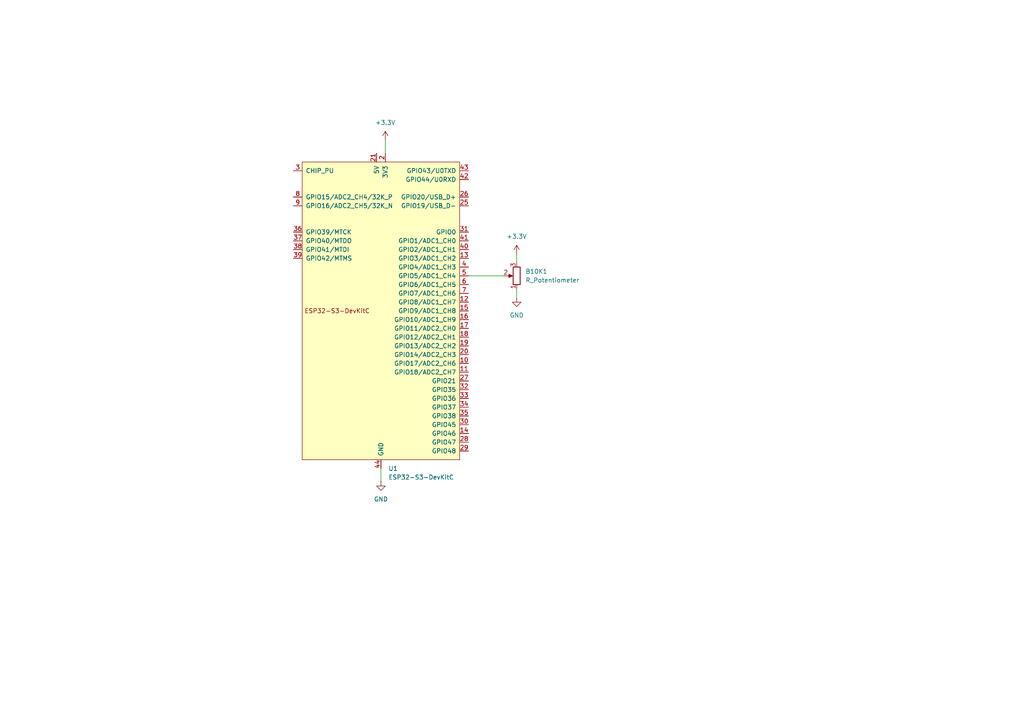
<source format=kicad_sch>
(kicad_sch (version 20250114) (generator "eeschema") (generator_version "9.0")
  (paper "A4")
  (lib_symbols
    (symbol "PCM_Espressif:ESP32-S3-DevKitC" (pin_names (offset 1.016))
      (property "Reference" "U" (at -22.86 48.26 0))
      (property "Value" "ESP32-S3-DevKitC" (at -22.86 45.72 0))
      (symbol "ESP32-S3-DevKitC_0_0"
        (text "ESP32-S3-DevKitC" (at -12.7 0 0) (effects (font (size 1.27 1.27))))
        (pin bidirectional line (at -25.4 15.24 0) (length 2.54) (name "GPIO42/MTMS") (number "39"))
        (pin power_in line (at 0 -45.72 90) (length 2.54) (name "GND") (number "44"))
        (pin bidirectional line (at 25.4 40.64 180) (length 2.54) (name "GPIO43/U0TXD") (number "43"))
        (pin bidirectional line (at 25.4 38.1 180) (length 2.54) (name "GPIO44/U0RXD") (number "42"))
        (pin bidirectional line (at 25.4 20.32 180) (length 2.54) (name "GPIO1/ADC1_CH0") (number "41"))
        (pin bidirectional line (at 25.4 17.78 180) (length 2.54) (name "GPIO2/ADC1_CH1") (number "40"))
        (pin bidirectional line (at 25.4 -10.16 180) (length 2.54) (name "GPIO13/ADC2_CH2") (number "19"))
        (pin bidirectional line (at 25.4 -35.56 180) (length 2.54) (name "GPIO46") (number "14"))
      )
      (symbol "ESP32-S3-DevKitC_0_1"
        (rectangle (start -22.86 43.18) (end 22.86 -43.18) (fill (type background)))
        (pin power_in line (at 1.27 45.72 270) (length 2.54) (name "3V3") (number "2"))
      )
      (symbol "ESP32-S3-DevKitC_1_1"
        (pin input line (at -25.4 40.64 0) (length 2.54) (name "CHIP_PU") (number "3"))
        (pin bidirectional line (at -25.4 33.02 0) (length 2.54) (name "GPIO15/ADC2_CH4/32K_P") (number "8"))
        (pin bidirectional line (at -25.4 30.48 0) (length 2.54) (name "GPIO16/ADC2_CH5/32K_N") (number "9"))
        (pin bidirectional line (at -25.4 22.86 0) (length 2.54) (name "GPIO39/MTCK") (number "36"))
        (pin bidirectional line (at -25.4 20.32 0) (length 2.54) (name "GPIO40/MTDO") (number "37"))
        (pin bidirectional line (at -25.4 17.78 0) (length 2.54) (name "GPIO41/MTDI") (number "38"))
        (pin power_in line (at -1.27 45.72 270) (length 2.54) (name "5V") (number "21"))
        (pin passive line (at 0 -45.72 90) (length 2.54) (hide yes) (name "GND") (number "22"))
        (pin passive line (at 0 -45.72 90) (length 2.54) (hide yes) (name "GND") (number "23"))
        (pin passive line (at 0 -45.72 90) (length 2.54) (hide yes) (name "GND") (number "24"))
        (pin passive line (at 1.27 45.72 270) (length 2.54) (hide yes) (name "3V3") (number "1"))
        (pin bidirectional line (at 25.4 33.02 180) (length 2.54) (name "GPIO20/USB_D+") (number "26"))
        (pin bidirectional line (at 25.4 30.48 180) (length 2.54) (name "GPIO19/USB_D-") (number "25"))
        (pin bidirectional line (at 25.4 22.86 180) (length 2.54) (name "GPIO0") (number "31"))
        (pin bidirectional line (at 25.4 15.24 180) (length 2.54) (name "GPIO3/ADC1_CH2") (number "13"))
        (pin bidirectional line (at 25.4 12.7 180) (length 2.54) (name "GPIO4/ADC1_CH3") (number "4"))
        (pin bidirectional line (at 25.4 10.16 180) (length 2.54) (name "GPIO5/ADC1_CH4") (number "5"))
        (pin bidirectional line (at 25.4 7.62 180) (length 2.54) (name "GPIO6/ADC1_CH5") (number "6"))
        (pin bidirectional line (at 25.4 5.08 180) (length 2.54) (name "GPIO7/ADC1_CH6") (number "7"))
        (pin bidirectional line (at 25.4 2.54 180) (length 2.54) (name "GPIO8/ADC1_CH7") (number "12"))
        (pin bidirectional line (at 25.4 0 180) (length 2.54) (name "GPIO9/ADC1_CH8") (number "15"))
        (pin bidirectional line (at 25.4 -2.54 180) (length 2.54) (name "GPIO10/ADC1_CH9") (number "16"))
        (pin bidirectional line (at 25.4 -5.08 180) (length 2.54) (name "GPIO11/ADC2_CH0") (number "17"))
        (pin bidirectional line (at 25.4 -7.62 180) (length 2.54) (name "GPIO12/ADC2_CH1") (number "18"))
        (pin bidirectional line (at 25.4 -12.7 180) (length 2.54) (name "GPIO14/ADC2_CH3") (number "20"))
        (pin bidirectional line (at 25.4 -15.24 180) (length 2.54) (name "GPIO17/ADC2_CH6") (number "10"))
        (pin bidirectional line (at 25.4 -17.78 180) (length 2.54) (name "GPIO18/ADC2_CH7") (number "11"))
        (pin bidirectional line (at 25.4 -20.32 180) (length 2.54) (name "GPIO21") (number "27"))
        (pin bidirectional line (at 25.4 -22.86 180) (length 2.54) (name "GPIO35") (number "32"))
        (pin bidirectional line (at 25.4 -25.4 180) (length 2.54) (name "GPIO36") (number "33"))
        (pin bidirectional line (at 25.4 -27.94 180) (length 2.54) (name "GPIO37") (number "34"))
        (pin bidirectional line (at 25.4 -30.48 180) (length 2.54) (name "GPIO38") (number "35"))
        (pin bidirectional line (at 25.4 -33.02 180) (length 2.54) (name "GPIO45") (number "30"))
        (pin bidirectional line (at 25.4 -38.1 180) (length 2.54) (name "GPIO47") (number "28"))
        (pin bidirectional line (at 25.4 -40.64 180) (length 2.54) (name "GPIO48") (number "29"))
      )
    )
    (symbol "User_Library:B10K" (pin_names (offset 1.016) (hide yes))
      (property "Reference" "B10K" (at -4.445 0 90))
      (property "Value" "R_Potentiometer" (at -2.54 0 90))
      (symbol "B10K_0_1"
        (rectangle (start 1.016 2.54) (end -1.016 -2.54) (stroke (width 0.254)))
        (polyline (pts (xy 1.143 0) (xy 2.286 0.508) (xy 2.286 -0.508) (xy 1.143 0)) (fill (type outline)))
        (polyline (pts (xy 2.54 0) (xy 1.524 0)))
      )
      (symbol "B10K_1_1"
        (pin passive line (at 0 3.81 270) (length 1.27) (name "1") (number "1"))
        (pin passive line (at 0 -3.81 90) (length 1.27) (name "3") (number "3"))
        (pin passive line (at 3.81 0 180) (length 1.27) (name "2") (number "2"))
      )
    )
    (symbol "power:+3.3V" (power) (pin_numbers (hide yes)) (pin_names (offset 0) (hide yes))
      (property "Value" "+3.3V" (at 0 3.556 0))
      (symbol "+3.3V_0_1"
        (polyline (pts (xy -0.762 1.27) (xy 0 2.54)))
        (polyline (pts (xy 0 2.54) (xy 0.762 1.27)))
        (polyline (pts (xy 0 0) (xy 0 2.54)))
      )
      (symbol "+3.3V_1_1"
        (pin power_in line (at 0 0 90) (length 0) (name "~") (number "1"))
      )
    )
    (symbol "power:GND" (power) (pin_numbers (hide yes)) (pin_names (offset 0) (hide yes))
      (property "Value" "GND" (at 0 -3.81 0))
      (symbol "GND_0_1"
        (polyline (pts (xy 0 0) (xy 0 -1.27) (xy 1.27 -1.27) (xy 0 -2.54) (xy -1.27 -1.27) (xy 0 -1.27)))
      )
      (symbol "GND_1_1"
        (pin power_in line (at 0 0 270) (length 0) (name "~") (number "1"))
      )
    )
  )
  (wire (pts (xy 149.86 86.36) (xy 149.86 83.82)))
  (wire (pts (xy 110.49 139.7) (xy 110.49 135.89)))
  (wire (pts (xy 146.05 80.01) (xy 135.89 80.01)))
  (wire (pts (xy 111.76 40.64) (xy 111.76 44.45)))
  (wire (pts (xy 149.86 73.66) (xy 149.86 76.2)))
  (symbol (lib_id "power:+3.3V") (at 149.86 73.66 0) (unit 1)
    (property "Reference" "#PWR01" (effects (hide yes)))
    (property "Value" "+3.3V" (at 149.86 68.58 0))
    (property "Description" "Power symbol creates a global label with name \"+3.3V\"" (effects (hide yes)))
  )
  (symbol (lib_id "power:+3.3V") (at 111.76 40.64 0) (unit 1)
    (property "Reference" "#PWR02" (effects (hide yes)))
    (property "Value" "+3.3V" (at 111.76 35.56 0))
    (property "Description" "Power symbol creates a global label with name \"+3.3V\"" (effects (hide yes)))
  )
  (symbol (lib_id "PCM_Espressif:ESP32-S3-DevKitC") (at 110.49 90.17 0) (unit 1)
    (property "Reference" "U1" (at 112.6333 135.89 0) (effects (justify left)))
    (property "Value" "ESP32-S3-DevKitC" (at 112.6333 138.43 0) (effects (justify left)))
    (property "Footprint" "PCM_Espressif:ESP32-S3-DevKitC" (effects (hide yes)))
    (property "Description" "ESP32-S3-DevKitC" (effects (hide yes)))
  )
  (symbol (lib_id "power:GND") (at 110.49 139.7 0) (unit 1)
    (property "Reference" "#PWR04" (effects (hide yes)))
    (property "Value" "GND" (at 110.49 144.78 0))
    (property "Description" "Power symbol creates a global label with name \"GND\" , ground" (effects (hide yes)))
  )
  (symbol (lib_id "power:GND") (at 149.86 86.36 0) (unit 1)
    (property "Reference" "#PWR03" (effects (hide yes)))
    (property "Value" "GND" (at 149.86 91.44 0))
    (property "Description" "Power symbol creates a global label with name \"GND\" , ground" (effects (hide yes)))
  )
  (symbol (lib_id "User_Library:B10K") (at 149.86 80.01 180) (unit 1)
    (property "Reference" "B10K1" (at 152.4 78.7399 0) (effects (justify right)))
    (property "Value" "R_Potentiometer" (at 152.4 81.2799 0) (effects (justify right)))
    (property "Description" "Potentiometer" (effects (hide yes)))
  )
)
</source>
